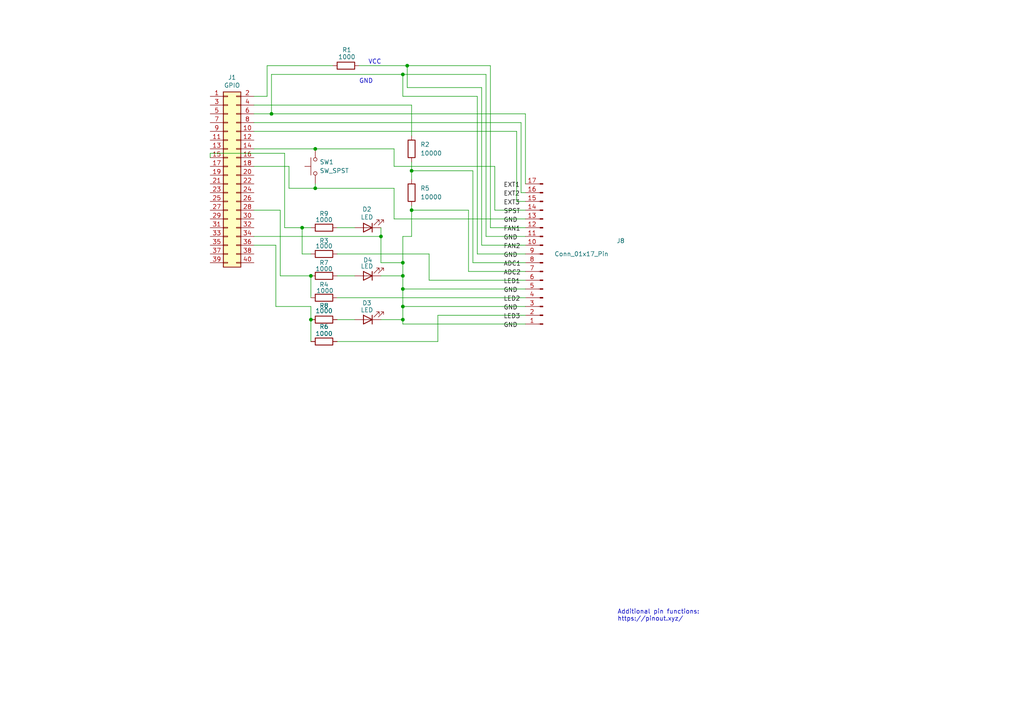
<source format=kicad_sch>
(kicad_sch (version 20231120) (generator "eeschema") (generator_version "8.0")
  (paper "A4")
  (title_block (date "15 nov 2012"))
  (lib_symbols
    (symbol "Connector:Conn_01x17_Pin" (pin_names (offset 1.016) hide)
      (property "Reference" "J" (at 0 22.86 0))
      (property "Value" "Conn_01x17_Pin" (at 0 -22.86 0))
      (symbol "Conn_01x17_Pin_1_1"
        (polyline (pts (xy 1.27 -20.32) (xy 0.8636 -20.32)) (stroke (width 0.1524)))
        (polyline (pts (xy 1.27 -17.78) (xy 0.8636 -17.78)) (stroke (width 0.1524)))
        (polyline (pts (xy 1.27 -15.24) (xy 0.8636 -15.24)) (stroke (width 0.1524)))
        (polyline (pts (xy 1.27 -12.7) (xy 0.8636 -12.7)) (stroke (width 0.1524)))
        (polyline (pts (xy 1.27 -10.16) (xy 0.8636 -10.16)) (stroke (width 0.1524)))
        (polyline (pts (xy 1.27 -7.62) (xy 0.8636 -7.62)) (stroke (width 0.1524)))
        (polyline (pts (xy 1.27 -5.08) (xy 0.8636 -5.08)) (stroke (width 0.1524)))
        (polyline (pts (xy 1.27 -2.54) (xy 0.8636 -2.54)) (stroke (width 0.1524)))
        (polyline (pts (xy 1.27 0) (xy 0.8636 0)) (stroke (width 0.1524)))
        (polyline (pts (xy 1.27 2.54) (xy 0.8636 2.54)) (stroke (width 0.1524)))
        (polyline (pts (xy 1.27 5.08) (xy 0.8636 5.08)) (stroke (width 0.1524)))
        (polyline (pts (xy 1.27 7.62) (xy 0.8636 7.62)) (stroke (width 0.1524)))
        (polyline (pts (xy 1.27 10.16) (xy 0.8636 10.16)) (stroke (width 0.1524)))
        (polyline (pts (xy 1.27 12.7) (xy 0.8636 12.7)) (stroke (width 0.1524)))
        (polyline (pts (xy 1.27 15.24) (xy 0.8636 15.24)) (stroke (width 0.1524)))
        (polyline (pts (xy 1.27 17.78) (xy 0.8636 17.78)) (stroke (width 0.1524)))
        (polyline (pts (xy 1.27 20.32) (xy 0.8636 20.32)) (stroke (width 0.1524)))
        (rectangle (start 0.8636 -20.193) (end 0 -20.447) (stroke (width 0.1524)) (fill (type outline)))
        (rectangle (start 0.8636 -17.653) (end 0 -17.907) (stroke (width 0.1524)) (fill (type outline)))
        (rectangle (start 0.8636 -15.113) (end 0 -15.367) (stroke (width 0.1524)) (fill (type outline)))
        (rectangle (start 0.8636 -12.573) (end 0 -12.827) (stroke (width 0.1524)) (fill (type outline)))
        (rectangle (start 0.8636 -10.033) (end 0 -10.287) (stroke (width 0.1524)) (fill (type outline)))
        (rectangle (start 0.8636 -7.493) (end 0 -7.747) (stroke (width 0.1524)) (fill (type outline)))
        (rectangle (start 0.8636 -4.953) (end 0 -5.207) (stroke (width 0.1524)) (fill (type outline)))
        (rectangle (start 0.8636 -2.413) (end 0 -2.667) (stroke (width 0.1524)) (fill (type outline)))
        (rectangle (start 0.8636 0.127) (end 0 -0.127) (stroke (width 0.1524)) (fill (type outline)))
        (rectangle (start 0.8636 2.667) (end 0 2.413) (stroke (width 0.1524)) (fill (type outline)))
        (rectangle (start 0.8636 5.207) (end 0 4.953) (stroke (width 0.1524)) (fill (type outline)))
        (rectangle (start 0.8636 7.747) (end 0 7.493) (stroke (width 0.1524)) (fill (type outline)))
        (rectangle (start 0.8636 10.287) (end 0 10.033) (stroke (width 0.1524)) (fill (type outline)))
        (rectangle (start 0.8636 12.827) (end 0 12.573) (stroke (width 0.1524)) (fill (type outline)))
        (rectangle (start 0.8636 15.367) (end 0 15.113) (stroke (width 0.1524)) (fill (type outline)))
        (rectangle (start 0.8636 17.907) (end 0 17.653) (stroke (width 0.1524)) (fill (type outline)))
        (rectangle (start 0.8636 20.447) (end 0 20.193) (stroke (width 0.1524)) (fill (type outline)))
        (pin passive line (at 5.08 20.32 180) (length 3.81) (name "Pin_1") (number "1"))
        (pin passive line (at 5.08 -2.54 180) (length 3.81) (name "Pin_10") (number "10"))
        (pin passive line (at 5.08 -5.08 180) (length 3.81) (name "Pin_11") (number "11"))
        (pin passive line (at 5.08 -7.62 180) (length 3.81) (name "Pin_12") (number "12"))
        (pin passive line (at 5.08 -10.16 180) (length 3.81) (name "Pin_13") (number "13"))
        (pin passive line (at 5.08 -12.7 180) (length 3.81) (name "Pin_14") (number "14"))
        (pin passive line (at 5.08 -15.24 180) (length 3.81) (name "Pin_15") (number "15"))
        (pin passive line (at 5.08 -17.78 180) (length 3.81) (name "Pin_16") (number "16"))
        (pin passive line (at 5.08 -20.32 180) (length 3.81) (name "Pin_17") (number "17"))
        (pin passive line (at 5.08 17.78 180) (length 3.81) (name "Pin_2") (number "2"))
        (pin passive line (at 5.08 15.24 180) (length 3.81) (name "Pin_3") (number "3"))
        (pin passive line (at 5.08 12.7 180) (length 3.81) (name "Pin_4") (number "4"))
        (pin passive line (at 5.08 10.16 180) (length 3.81) (name "Pin_5") (number "5"))
        (pin passive line (at 5.08 7.62 180) (length 3.81) (name "Pin_6") (number "6"))
        (pin passive line (at 5.08 5.08 180) (length 3.81) (name "Pin_7") (number "7"))
        (pin passive line (at 5.08 2.54 180) (length 3.81) (name "Pin_8") (number "8"))
        (pin passive line (at 5.08 0 180) (length 3.81) (name "Pin_9") (number "9"))
      )
    )
    (symbol "Connector_Generic:Conn_02x20_Odd_Even" (pin_names (offset 1.016) hide)
      (property "Reference" "J" (at 1.27 25.4 0))
      (property "Value" "Conn_02x20_Odd_Even" (at 1.27 -27.94 0))
      (symbol "Conn_02x20_Odd_Even_1_1"
        (rectangle (start -1.27 -25.273) (end 0 -25.527) (stroke (width 0.1524)))
        (rectangle (start -1.27 -22.733) (end 0 -22.987) (stroke (width 0.1524)))
        (rectangle (start -1.27 -20.193) (end 0 -20.447) (stroke (width 0.1524)))
        (rectangle (start -1.27 -17.653) (end 0 -17.907) (stroke (width 0.1524)))
        (rectangle (start -1.27 -15.113) (end 0 -15.367) (stroke (width 0.1524)))
        (rectangle (start -1.27 -12.573) (end 0 -12.827) (stroke (width 0.1524)))
        (rectangle (start -1.27 -10.033) (end 0 -10.287) (stroke (width 0.1524)))
        (rectangle (start -1.27 -7.493) (end 0 -7.747) (stroke (width 0.1524)))
        (rectangle (start -1.27 -4.953) (end 0 -5.207) (stroke (width 0.1524)))
        (rectangle (start -1.27 -2.413) (end 0 -2.667) (stroke (width 0.1524)))
        (rectangle (start -1.27 0.127) (end 0 -0.127) (stroke (width 0.1524)))
        (rectangle (start -1.27 2.667) (end 0 2.413) (stroke (width 0.1524)))
        (rectangle (start -1.27 5.207) (end 0 4.953) (stroke (width 0.1524)))
        (rectangle (start -1.27 7.747) (end 0 7.493) (stroke (width 0.1524)))
        (rectangle (start -1.27 10.287) (end 0 10.033) (stroke (width 0.1524)))
        (rectangle (start -1.27 12.827) (end 0 12.573) (stroke (width 0.1524)))
        (rectangle (start -1.27 15.367) (end 0 15.113) (stroke (width 0.1524)))
        (rectangle (start -1.27 17.907) (end 0 17.653) (stroke (width 0.1524)))
        (rectangle (start -1.27 20.447) (end 0 20.193) (stroke (width 0.1524)))
        (rectangle (start -1.27 22.987) (end 0 22.733) (stroke (width 0.1524)))
        (rectangle (start -1.27 24.13) (end 3.81 -26.67) (stroke (width 0.254)) (fill (type background)))
        (rectangle (start 3.81 -25.273) (end 2.54 -25.527) (stroke (width 0.1524)))
        (rectangle (start 3.81 -22.733) (end 2.54 -22.987) (stroke (width 0.1524)))
        (rectangle (start 3.81 -20.193) (end 2.54 -20.447) (stroke (width 0.1524)))
        (rectangle (start 3.81 -17.653) (end 2.54 -17.907) (stroke (width 0.1524)))
        (rectangle (start 3.81 -15.113) (end 2.54 -15.367) (stroke (width 0.1524)))
        (rectangle (start 3.81 -12.573) (end 2.54 -12.827) (stroke (width 0.1524)))
        (rectangle (start 3.81 -10.033) (end 2.54 -10.287) (stroke (width 0.1524)))
        (rectangle (start 3.81 -7.493) (end 2.54 -7.747) (stroke (width 0.1524)))
        (rectangle (start 3.81 -4.953) (end 2.54 -5.207) (stroke (width 0.1524)))
        (rectangle (start 3.81 -2.413) (end 2.54 -2.667) (stroke (width 0.1524)))
        (rectangle (start 3.81 0.127) (end 2.54 -0.127) (stroke (width 0.1524)))
        (rectangle (start 3.81 2.667) (end 2.54 2.413) (stroke (width 0.1524)))
        (rectangle (start 3.81 5.207) (end 2.54 4.953) (stroke (width 0.1524)))
        (rectangle (start 3.81 7.747) (end 2.54 7.493) (stroke (width 0.1524)))
        (rectangle (start 3.81 10.287) (end 2.54 10.033) (stroke (width 0.1524)))
        (rectangle (start 3.81 12.827) (end 2.54 12.573) (stroke (width 0.1524)))
        (rectangle (start 3.81 15.367) (end 2.54 15.113) (stroke (width 0.1524)))
        (rectangle (start 3.81 17.907) (end 2.54 17.653) (stroke (width 0.1524)))
        (rectangle (start 3.81 20.447) (end 2.54 20.193) (stroke (width 0.1524)))
        (rectangle (start 3.81 22.987) (end 2.54 22.733) (stroke (width 0.1524)))
        (pin passive line (at -5.08 22.86 0) (length 3.81) (name "Pin_1") (number "1"))
        (pin passive line (at 7.62 12.7 180) (length 3.81) (name "Pin_10") (number "10"))
        (pin passive line (at -5.08 10.16 0) (length 3.81) (name "Pin_11") (number "11"))
        (pin passive line (at 7.62 10.16 180) (length 3.81) (name "Pin_12") (number "12"))
        (pin passive line (at -5.08 7.62 0) (length 3.81) (name "Pin_13") (number "13"))
        (pin passive line (at 7.62 7.62 180) (length 3.81) (name "Pin_14") (number "14"))
        (pin passive line (at -5.08 5.08 0) (length 3.81) (name "Pin_15") (number "15"))
        (pin passive line (at 7.62 5.08 180) (length 3.81) (name "Pin_16") (number "16"))
        (pin passive line (at -5.08 2.54 0) (length 3.81) (name "Pin_17") (number "17"))
        (pin passive line (at 7.62 2.54 180) (length 3.81) (name "Pin_18") (number "18"))
        (pin passive line (at -5.08 0 0) (length 3.81) (name "Pin_19") (number "19"))
        (pin passive line (at 7.62 22.86 180) (length 3.81) (name "Pin_2") (number "2"))
        (pin passive line (at 7.62 0 180) (length 3.81) (name "Pin_20") (number "20"))
        (pin passive line (at -5.08 -2.54 0) (length 3.81) (name "Pin_21") (number "21"))
        (pin passive line (at 7.62 -2.54 180) (length 3.81) (name "Pin_22") (number "22"))
        (pin passive line (at -5.08 -5.08 0) (length 3.81) (name "Pin_23") (number "23"))
        (pin passive line (at 7.62 -5.08 180) (length 3.81) (name "Pin_24") (number "24"))
        (pin passive line (at -5.08 -7.62 0) (length 3.81) (name "Pin_25") (number "25"))
        (pin passive line (at 7.62 -7.62 180) (length 3.81) (name "Pin_26") (number "26"))
        (pin passive line (at -5.08 -10.16 0) (length 3.81) (name "Pin_27") (number "27"))
        (pin passive line (at 7.62 -10.16 180) (length 3.81) (name "Pin_28") (number "28"))
        (pin passive line (at -5.08 -12.7 0) (length 3.81) (name "Pin_29") (number "29"))
        (pin passive line (at -5.08 20.32 0) (length 3.81) (name "Pin_3") (number "3"))
        (pin passive line (at 7.62 -12.7 180) (length 3.81) (name "Pin_30") (number "30"))
        (pin passive line (at -5.08 -15.24 0) (length 3.81) (name "Pin_31") (number "31"))
        (pin passive line (at 7.62 -15.24 180) (length 3.81) (name "Pin_32") (number "32"))
        (pin passive line (at -5.08 -17.78 0) (length 3.81) (name "Pin_33") (number "33"))
        (pin passive line (at 7.62 -17.78 180) (length 3.81) (name "Pin_34") (number "34"))
        (pin passive line (at -5.08 -20.32 0) (length 3.81) (name "Pin_35") (number "35"))
        (pin passive line (at 7.62 -20.32 180) (length 3.81) (name "Pin_36") (number "36"))
        (pin passive line (at -5.08 -22.86 0) (length 3.81) (name "Pin_37") (number "37"))
        (pin passive line (at 7.62 -22.86 180) (length 3.81) (name "Pin_38") (number "38"))
        (pin passive line (at -5.08 -25.4 0) (length 3.81) (name "Pin_39") (number "39"))
        (pin passive line (at 7.62 20.32 180) (length 3.81) (name "Pin_4") (number "4"))
        (pin passive line (at 7.62 -25.4 180) (length 3.81) (name "Pin_40") (number "40"))
        (pin passive line (at -5.08 17.78 0) (length 3.81) (name "Pin_5") (number "5"))
        (pin passive line (at 7.62 17.78 180) (length 3.81) (name "Pin_6") (number "6"))
        (pin passive line (at -5.08 15.24 0) (length 3.81) (name "Pin_7") (number "7"))
        (pin passive line (at 7.62 15.24 180) (length 3.81) (name "Pin_8") (number "8"))
        (pin passive line (at -5.08 12.7 0) (length 3.81) (name "Pin_9") (number "9"))
      )
    )
    (symbol "Device:LED" (pin_numbers hide) (pin_names (offset 1.016) hide)
      (property "Reference" "D" (at 0 2.54 0))
      (property "Value" "LED" (at 0 -2.54 0))
      (symbol "LED_0_1"
        (polyline (pts (xy -1.27 -1.27) (xy -1.27 1.27)) (stroke (width 0.254)))
        (polyline (pts (xy -1.27 0) (xy 1.27 0)))
        (polyline (pts (xy 1.27 -1.27) (xy 1.27 1.27) (xy -1.27 0) (xy 1.27 -1.27)) (stroke (width 0.254)))
        (polyline (pts (xy -3.048 -0.762) (xy -4.572 -2.286) (xy -3.81 -2.286) (xy -4.572 -2.286) (xy -4.572 -1.524)))
        (polyline (pts (xy -1.778 -0.762) (xy -3.302 -2.286) (xy -2.54 -2.286) (xy -3.302 -2.286) (xy -3.302 -1.524)))
      )
      (symbol "LED_1_1"
        (pin passive line (at -3.81 0 0) (length 2.54) (name "K") (number "1"))
        (pin passive line (at 3.81 0 180) (length 2.54) (name "A") (number "2"))
      )
    )
    (symbol "Device:R" (pin_numbers hide) (pin_names (offset 0))
      (property "Reference" "R" (at 2.032 0 90))
      (property "Value" "R" (at 0 0 90))
      (symbol "R_0_1"
        (rectangle (start -1.016 -2.54) (end 1.016 2.54) (stroke (width 0.254)))
      )
      (symbol "R_1_1"
        (pin passive line (at 0 3.81 270) (length 1.27) (name "~") (number "1"))
        (pin passive line (at 0 -3.81 90) (length 1.27) (name "~") (number "2"))
      )
    )
    (symbol "Switch:SW_Push" (pin_numbers hide) (pin_names (offset 1.016) hide)
      (property "Reference" "SW" (at 1.27 2.54 0))
      (property "Value" "SW_Push" (at 0 -1.524 0))
      (symbol "SW_Push_0_1"
        (circle (center -2.032 0) (radius 0.508))
        (polyline (pts (xy 0 1.27) (xy 0 3.048)))
        (polyline (pts (xy 2.54 1.27) (xy -2.54 1.27)))
        (circle (center 2.032 0) (radius 0.508))
        (pin passive line (at -5.08 0 0) (length 2.54) (name "1") (number "1"))
        (pin passive line (at 5.08 0 180) (length 2.54) (name "2") (number "2"))
      )
    )
  )
  (junction (at 87.63 66.04))
  (junction (at 91.44 54.61))
  (junction (at 90.17 80.01))
  (junction (at 78.74 33.02))
  (junction (at 110.49 68.58))
  (junction (at 119.38 49.53))
  (junction (at 116.84 80.01))
  (junction (at 116.84 83.82))
  (junction (at 119.38 60.96))
  (junction (at 116.84 92.71))
  (junction (at 116.84 21.59))
  (junction (at 116.84 88.9))
  (junction (at 91.44 43.18))
  (junction (at 90.17 92.71))
  (junction (at 116.84 76.2))
  (junction (at 118.11 19.05))
  (wire (pts (xy 82.55 44.45) (xy 60.96 44.45)))
  (wire (pts (xy 116.84 83.82) (xy 152.4 83.82)))
  (wire (pts (xy 142.24 19.05) (xy 142.24 66.04)))
  (wire (pts (xy 116.84 76.2) (xy 116.84 80.01)))
  (wire (pts (xy 110.49 76.2) (xy 110.49 68.58)))
  (wire (pts (xy 91.44 54.61) (xy 114.3 54.61)))
  (wire (pts (xy 116.84 68.58) (xy 116.84 76.2)))
  (wire (pts (xy 114.3 43.18) (xy 114.3 48.26)))
  (wire (pts (xy 97.79 86.36) (xy 152.4 86.36)))
  (wire (pts (xy 60.96 44.45) (xy 60.96 45.72)))
  (wire (pts (xy 90.17 88.9) (xy 90.17 92.71)))
  (wire (pts (xy 97.79 80.01) (xy 102.87 80.01)))
  (wire (pts (xy 97.79 99.06) (xy 127 99.06)))
  (wire (pts (xy 77.47 19.05) (xy 96.52 19.05)))
  (wire (pts (xy 73.66 35.56) (xy 151.13 35.56)))
  (wire (pts (xy 116.84 88.9) (xy 152.4 88.9)))
  (wire (pts (xy 116.84 27.94) (xy 116.84 21.59)))
  (wire (pts (xy 82.55 44.45) (xy 82.55 66.04)))
  (wire (pts (xy 149.86 58.42) (xy 149.86 38.1)))
  (wire (pts (xy 97.79 73.66) (xy 124.46 73.66)))
  (wire (pts (xy 73.66 30.48) (xy 119.38 30.48)))
  (wire (pts (xy 143.51 48.26) (xy 143.51 60.96)))
  (wire (pts (xy 119.38 49.53) (xy 137.16 49.53)))
  (wire (pts (xy 143.51 60.96) (xy 152.4 60.96)))
  (wire (pts (xy 82.55 66.04) (xy 87.63 66.04)))
  (wire (pts (xy 119.38 39.37) (xy 119.38 30.48)))
  (wire (pts (xy 83.82 54.61) (xy 83.82 48.26)))
  (wire (pts (xy 116.84 80.01) (xy 116.84 83.82)))
  (wire (pts (xy 73.66 33.02) (xy 78.74 33.02)))
  (wire (pts (xy 140.97 21.59) (xy 140.97 68.58)))
  (wire (pts (xy 119.38 60.96) (xy 119.38 68.58)))
  (wire (pts (xy 81.28 80.01) (xy 81.28 60.96)))
  (wire (pts (xy 73.66 43.18) (xy 91.44 43.18)))
  (wire (pts (xy 87.63 66.04) (xy 90.17 66.04)))
  (wire (pts (xy 110.49 92.71) (xy 116.84 92.71)))
  (wire (pts (xy 91.44 53.34) (xy 91.44 54.61)))
  (wire (pts (xy 118.11 19.05) (xy 142.24 19.05)))
  (wire (pts (xy 142.24 66.04) (xy 152.4 66.04)))
  (wire (pts (xy 90.17 80.01) (xy 90.17 86.36)))
  (wire (pts (xy 119.38 60.96) (xy 135.89 60.96)))
  (wire (pts (xy 135.89 60.96) (xy 135.89 78.74)))
  (wire (pts (xy 73.66 68.58) (xy 110.49 68.58)))
  (wire (pts (xy 87.63 73.66) (xy 87.63 66.04)))
  (wire (pts (xy 114.3 54.61) (xy 114.3 63.5)))
  (wire (pts (xy 116.84 88.9) (xy 116.84 83.82)))
  (wire (pts (xy 116.84 93.98) (xy 116.84 92.71)))
  (wire (pts (xy 135.89 78.74) (xy 152.4 78.74)))
  (wire (pts (xy 140.97 68.58) (xy 152.4 68.58)))
  (wire (pts (xy 77.47 19.05) (xy 77.47 27.94)))
  (wire (pts (xy 116.84 21.59) (xy 78.74 21.59)))
  (wire (pts (xy 91.44 43.18) (xy 114.3 43.18)))
  (wire (pts (xy 73.66 71.12) (xy 80.01 71.12)))
  (wire (pts (xy 97.79 92.71) (xy 102.87 92.71)))
  (wire (pts (xy 152.4 58.42) (xy 149.86 58.42)))
  (wire (pts (xy 114.3 63.5) (xy 152.4 63.5)))
  (wire (pts (xy 137.16 49.53) (xy 137.16 76.2)))
  (wire (pts (xy 118.11 25.4) (xy 139.7 25.4)))
  (wire (pts (xy 138.43 27.94) (xy 138.43 73.66)))
  (wire (pts (xy 124.46 81.28) (xy 152.4 81.28)))
  (wire (pts (xy 119.38 49.53) (xy 119.38 52.07)))
  (wire (pts (xy 116.84 88.9) (xy 116.84 92.71)))
  (wire (pts (xy 119.38 59.69) (xy 119.38 60.96)))
  (wire (pts (xy 137.16 76.2) (xy 152.4 76.2)))
  (wire (pts (xy 90.17 80.01) (xy 81.28 80.01)))
  (wire (pts (xy 118.11 19.05) (xy 118.11 25.4)))
  (wire (pts (xy 139.7 71.12) (xy 152.4 71.12)))
  (wire (pts (xy 73.66 60.96) (xy 81.28 60.96)))
  (wire (pts (xy 110.49 80.01) (xy 116.84 80.01)))
  (wire (pts (xy 83.82 48.26) (xy 73.66 48.26)))
  (wire (pts (xy 90.17 92.71) (xy 90.17 99.06)))
  (wire (pts (xy 127 91.44) (xy 152.4 91.44)))
  (wire (pts (xy 83.82 54.61) (xy 91.44 54.61)))
  (wire (pts (xy 124.46 73.66) (xy 124.46 81.28)))
  (wire (pts (xy 127 99.06) (xy 127 91.44)))
  (wire (pts (xy 139.7 25.4) (xy 139.7 71.12)))
  (wire (pts (xy 151.13 35.56) (xy 151.13 55.88)))
  (wire (pts (xy 119.38 46.99) (xy 119.38 49.53)))
  (wire (pts (xy 110.49 66.04) (xy 110.49 68.58)))
  (wire (pts (xy 90.17 73.66) (xy 87.63 73.66)))
  (wire (pts (xy 114.3 48.26) (xy 143.51 48.26)))
  (wire (pts (xy 110.49 76.2) (xy 116.84 76.2)))
  (wire (pts (xy 116.84 27.94) (xy 138.43 27.94)))
  (wire (pts (xy 116.84 93.98) (xy 152.4 93.98)))
  (wire (pts (xy 151.13 55.88) (xy 152.4 55.88)))
  (wire (pts (xy 152.4 33.02) (xy 152.4 53.34)))
  (wire (pts (xy 73.66 27.94) (xy 77.47 27.94)))
  (wire (pts (xy 116.84 68.58) (xy 119.38 68.58)))
  (wire (pts (xy 116.84 21.59) (xy 140.97 21.59)))
  (wire (pts (xy 78.74 21.59) (xy 78.74 33.02)))
  (wire (pts (xy 73.66 38.1) (xy 149.86 38.1)))
  (wire (pts (xy 104.14 19.05) (xy 118.11 19.05)))
  (wire (pts (xy 78.74 33.02) (xy 152.4 33.02)))
  (wire (pts (xy 80.01 88.9) (xy 80.01 71.12)))
  (wire (pts (xy 97.79 66.04) (xy 102.87 66.04)))
  (wire (pts (xy 90.17 88.9) (xy 80.01 88.9)))
  (wire (pts (xy 138.43 73.66) (xy 152.4 73.66)))
  (text "Additional pin functions:\nhttps://pinout.xyz/" (at 179.07 180.34 0) (effects (font (size 1.27 1.27)) (justify left bottom)))
  (text "GND\n" (at 106.172 23.622 0) (effects (font (size 1.27 1.27))))
  (text "VCC\n" (at 108.712 18.034 0) (effects (font (size 1.27 1.27))))
  (label "LED1" (at 146.05 82.55 0))
  (label "GND" (at 146.05 85.09 0))
  (label "LED2" (at 146.05 87.63 0))
  (label "SPST" (at 146.05 62.23 0))
  (label "EXT1" (at 146.05 54.61 0))
  (label "ADC1" (at 146.05 77.47 0))
  (label "LED3" (at 146.05 92.71 0))
  (label "GND" (at 146.05 64.77 0))
  (label "GND" (at 146.05 90.17 0))
  (label "GND" (at 146.05 69.85 0))
  (label "ADC2" (at 146.05 80.01 0))
  (label "EXT3" (at 146.05 59.69 0))
  (label "FAN1" (at 146.05 67.31 0))
  (label "GND" (at 146.05 95.25 0))
  (label "EXT2" (at 146.05 57.15 0))
  (label "GND" (at 146.05 74.93 0))
  (label "FAN2" (at 146.05 72.39 0))
  (symbol (lib_id "Connector_Generic:Conn_02x20_Odd_Even") (at 66.04 50.8 0) (unit 1)
    (property "Reference" "J1" (at 67.31 22.4598 0))
    (property "Value" "GPIO" (at 67.31 24.765 0))
    (property "Footprint" "Connector_PinSocket_2.54mm:PinSocket_2x20_P2.54mm_Vertical" (effects (hide yes)))
  )
  (symbol (lib_id "Device:R") (at 119.38 55.88 0) (unit 1)
    (property "Reference" "R5" (at 121.92 54.6099 0) (effects (justify left)))
    (property "Value" "10000" (at 121.92 57.1499 0) (effects (justify left)))
    (property "Footprint" "Resistor_SMD:R_1206_3216Metric" (effects (hide yes)))
    (property "Description" "Resistor" (effects (hide yes)))
  )
  (symbol (lib_id "Device:R") (at 93.98 92.71 270) (unit 1)
    (property "Reference" "R8" (at 93.98 88.646 90))
    (property "Value" "1000" (at 93.98 90.17 90))
    (property "Footprint" "Resistor_SMD:R_1206_3216Metric" (effects (hide yes)))
    (property "Description" "Resistor" (effects (hide yes)))
  )
  (symbol (lib_id "Device:R") (at 93.98 99.06 90) (unit 1)
    (property "Reference" "R6" (at 93.98 94.742 90))
    (property "Value" "1000" (at 93.98 96.774 90))
    (property "Footprint" "Resistor_SMD:R_1206_3216Metric" (effects (hide yes)))
    (property "Description" "Resistor" (effects (hide yes)))
  )
  (symbol (lib_id "Device:R") (at 93.98 86.36 90) (unit 1)
    (property "Reference" "R4" (at 93.98 82.55 90))
    (property "Value" "1000" (at 94.234 84.328 90))
    (property "Footprint" "Resistor_SMD:R_1206_3216Metric" (effects (hide yes)))
    (property "Description" "Resistor" (effects (hide yes)))
  )
  (symbol (lib_id "Switch:SW_Push") (at 91.44 48.26 90) (unit 1)
    (property "Reference" "SW1" (at 92.71 46.9899 90) (effects (justify right)))
    (property "Value" "SW_SPST" (at 92.71 49.5299 90) (effects (justify right)))
    (property "Footprint" "Button_Switch_SMD:SW_Push_1P1T_NO_6x6mm_H9.5mm" (effects (hide yes)))
    (property "Description" "Single Pole Single Throw (SPST) switch" (effects (hide yes)))
  )
  (symbol (lib_id "Device:R") (at 100.33 19.05 90) (unit 1)
    (property "Reference" "R1" (at 100.584 14.478 90))
    (property "Value" "1000" (at 100.584 16.51 90))
    (property "Footprint" "Resistor_SMD:R_1206_3216Metric" (effects (hide yes)))
    (property "Description" "Resistor" (effects (hide yes)))
  )
  (symbol (lib_id "Device:LED") (at 106.68 92.71 180) (unit 1)
    (property "Reference" "D3" (at 106.426 87.884 0))
    (property "Value" "LED" (at 106.426 89.916 0))
    (property "Footprint" "LED_THT:LED_D3.0mm_Horizontal_O6.35mm_Z10.0mm" (effects (hide yes)))
    (property "Description" "Light emitting diode" (effects (hide yes)))
  )
  (symbol (lib_id "Connector:Conn_01x17_Pin") (at 157.48 73.66 180) (unit 1)
    (property "Reference" "J8" (at 178.816 69.85 0) (effects (justify right)))
    (property "Value" "Conn_01x17_Pin" (at 160.782 73.66 0) (effects (justify right)))
    (property "Footprint" "Connector_PinHeader_1.27mm:PinHeader_1x17_P1.27mm_Horizontal" (effects (hide yes)))
    (property "Description" "Generic connector, single row, 01x17, script generated" (effects (hide yes)))
  )
  (symbol (lib_id "Device:R") (at 93.98 80.01 90) (unit 1)
    (property "Reference" "R7" (at 93.98 76.2 90))
    (property "Value" "1000" (at 93.98 77.978 90))
    (property "Footprint" "Resistor_SMD:R_1206_3216Metric" (effects (hide yes)))
    (property "Description" "Resistor" (effects (hide yes)))
  )
  (symbol (lib_id "Device:R") (at 119.38 43.18 0) (unit 1)
    (property "Reference" "R2" (at 121.92 41.9099 0) (effects (justify left)))
    (property "Value" "10000" (at 121.92 44.4499 0) (effects (justify left)))
    (property "Footprint" "Resistor_SMD:R_1206_3216Metric" (effects (hide yes)))
    (property "Description" "Resistor" (effects (hide yes)))
  )
  (symbol (lib_id "Device:LED") (at 106.68 66.04 180) (unit 1)
    (property "Reference" "D2" (at 106.426 60.706 0))
    (property "Value" "LED" (at 106.426 62.992 0))
    (property "Footprint" "LED_THT:LED_D3.0mm_Horizontal_O6.35mm_Z10.0mm" (effects (hide yes)))
    (property "Description" "Light emitting diode" (effects (hide yes)))
  )
  (symbol (lib_id "Device:R") (at 93.98 66.04 90) (unit 1)
    (property "Reference" "R9" (at 93.98 61.976 90))
    (property "Value" "1000" (at 93.98 63.754 90))
    (property "Footprint" "Resistor_SMD:R_1206_3216Metric" (effects (hide yes)))
    (property "Description" "Resistor" (effects (hide yes)))
  )
  (symbol (lib_id "Device:LED") (at 106.68 80.01 180) (unit 1)
    (property "Reference" "D4" (at 106.68 75.438 0))
    (property "Value" "LED" (at 106.426 77.216 0))
    (property "Footprint" "LED_THT:LED_D3.0mm_Horizontal_O6.35mm_Z10.0mm" (effects (hide yes)))
    (property "Description" "Light emitting diode" (effects (hide yes)))
  )
  (symbol (lib_id "Device:R") (at 93.98 73.66 90) (unit 1)
    (property "Reference" "R3" (at 93.98 69.85 90))
    (property "Value" "1000" (at 93.98 71.374 90))
    (property "Footprint" "Resistor_SMD:R_1206_3216Metric" (effects (hide yes)))
    (property "Description" "Resistor" (effects (hide yes)))
  )
)
</source>
